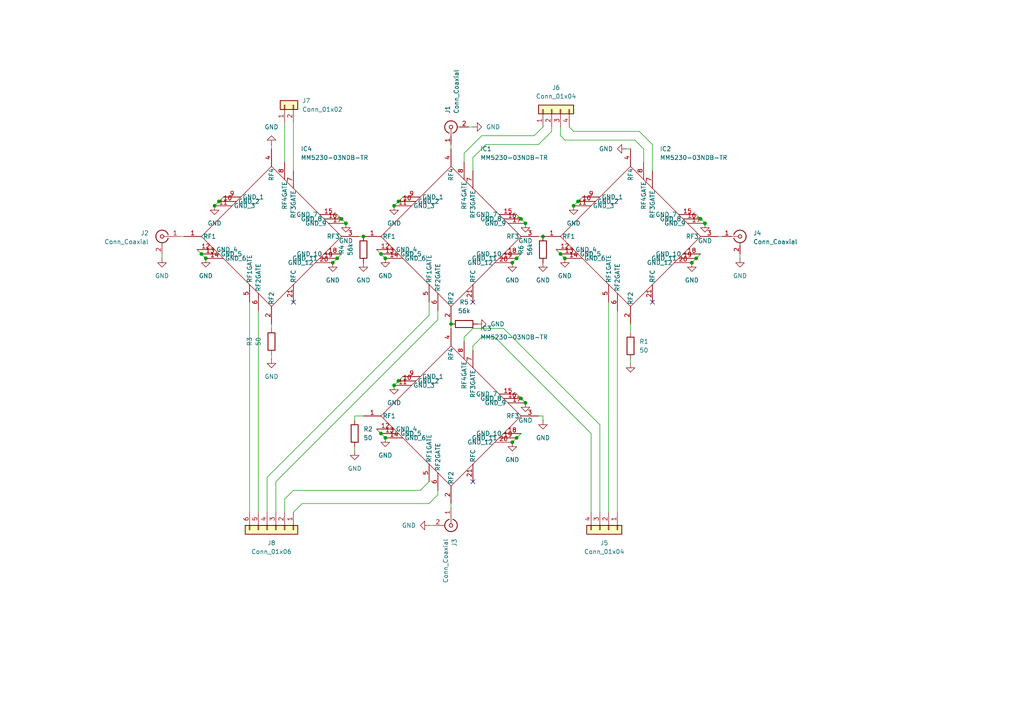
<source format=kicad_sch>
(kicad_sch (version 20250114) (generator "eeschema") (generator_version "9.0")
  (paper "A4")
  (lib_symbols
    (symbol "Connector:Conn_Coaxial" (pin_names (offset 1.016) (hide yes))
      (property "Reference" "J" (at 0.254 3.048 0))
      (property "Value" "Conn_Coaxial" (at 2.921 0 90))
      (symbol "Conn_Coaxial_0_1"
        (polyline (pts (xy -2.54 0) (xy -0.508 0)))
        (arc (start 1.778 0) (mid 0.222 -1.8079) (end -1.778 -0.508) (stroke (width 0.254)))
        (arc (start -1.778 0.508) (mid 0.2221 1.8084) (end 1.778 0) (stroke (width 0.254)))
        (circle (center 0 0) (radius 0.508) (stroke (width 0.2032)))
        (polyline (pts (xy 0 -2.54) (xy 0 -1.778)))
      )
      (symbol "Conn_Coaxial_1_1"
        (pin passive line (at -5.08 0 0) (length 2.54) (name "In") (number "1"))
        (pin passive line (at 0 -5.08 90) (length 2.54) (name "Ext") (number "2"))
      )
    )
    (symbol "Connector_Generic:Conn_01x02" (pin_names (offset 1.016) (hide yes))
      (property "Reference" "J" (at 0 2.54 0))
      (property "Value" "Conn_01x02" (at 0 -5.08 0))
      (symbol "Conn_01x02_1_1"
        (rectangle (start -1.27 1.27) (end 1.27 -3.81) (stroke (width 0.254)) (fill (type background)))
        (rectangle (start -1.27 0.127) (end 0 -0.127) (stroke (width 0.1524)))
        (rectangle (start -1.27 -2.413) (end 0 -2.667) (stroke (width 0.1524)))
        (pin passive line (at -5.08 0 0) (length 3.81) (name "Pin_1") (number "1"))
        (pin passive line (at -5.08 -2.54 0) (length 3.81) (name "Pin_2") (number "2"))
      )
    )
    (symbol "Connector_Generic:Conn_01x04" (pin_names (offset 1.016) (hide yes))
      (property "Reference" "J" (at 0 5.08 0))
      (property "Value" "Conn_01x04" (at 0 -7.62 0))
      (symbol "Conn_01x04_1_1"
        (rectangle (start -1.27 3.81) (end 1.27 -6.35) (stroke (width 0.254)) (fill (type background)))
        (rectangle (start -1.27 2.667) (end 0 2.413) (stroke (width 0.1524)))
        (rectangle (start -1.27 0.127) (end 0 -0.127) (stroke (width 0.1524)))
        (rectangle (start -1.27 -2.413) (end 0 -2.667) (stroke (width 0.1524)))
        (rectangle (start -1.27 -4.953) (end 0 -5.207) (stroke (width 0.1524)))
        (pin passive line (at -5.08 2.54 0) (length 3.81) (name "Pin_1") (number "1"))
        (pin passive line (at -5.08 0 0) (length 3.81) (name "Pin_2") (number "2"))
        (pin passive line (at -5.08 -2.54 0) (length 3.81) (name "Pin_3") (number "3"))
        (pin passive line (at -5.08 -5.08 0) (length 3.81) (name "Pin_4") (number "4"))
      )
    )
    (symbol "Connector_Generic:Conn_01x06" (pin_names (offset 1.016) (hide yes))
      (property "Reference" "J" (at 0 7.62 0))
      (property "Value" "Conn_01x06" (at 0 -10.16 0))
      (symbol "Conn_01x06_1_1"
        (rectangle (start -1.27 6.35) (end 1.27 -8.89) (stroke (width 0.254)) (fill (type background)))
        (rectangle (start -1.27 5.207) (end 0 4.953) (stroke (width 0.1524)))
        (rectangle (start -1.27 2.667) (end 0 2.413) (stroke (width 0.1524)))
        (rectangle (start -1.27 0.127) (end 0 -0.127) (stroke (width 0.1524)))
        (rectangle (start -1.27 -2.413) (end 0 -2.667) (stroke (width 0.1524)))
        (rectangle (start -1.27 -4.953) (end 0 -5.207) (stroke (width 0.1524)))
        (rectangle (start -1.27 -7.493) (end 0 -7.747) (stroke (width 0.1524)))
        (pin passive line (at -5.08 5.08 0) (length 3.81) (name "Pin_1") (number "1"))
        (pin passive line (at -5.08 2.54 0) (length 3.81) (name "Pin_2") (number "2"))
        (pin passive line (at -5.08 0 0) (length 3.81) (name "Pin_3") (number "3"))
        (pin passive line (at -5.08 -2.54 0) (length 3.81) (name "Pin_4") (number "4"))
        (pin passive line (at -5.08 -5.08 0) (length 3.81) (name "Pin_5") (number "5"))
        (pin passive line (at -5.08 -7.62 0) (length 3.81) (name "Pin_6") (number "6"))
      )
    )
    (symbol "Device:R" (pin_numbers (hide yes)) (pin_names (offset 0))
      (property "Reference" "R" (at 2.032 0 90))
      (property "Value" "R" (at 0 0 90))
      (symbol "R_0_1"
        (rectangle (start -1.016 -2.54) (end 1.016 2.54) (stroke (width 0.254)))
      )
      (symbol "R_1_1"
        (pin passive line (at 0 3.81 270) (length 1.27) (name "~") (number "1"))
        (pin passive line (at 0 -3.81 90) (length 1.27) (name "~") (number "2"))
      )
    )
    (symbol "MM5230-03NDB-TR:MM5230-03NDB-TR"
      (property "Reference" "IC" (at 31.75 7.62 0))
      (property "Value" "MM5230-03NDB-TR" (at 31.75 5.08 0))
      (symbol "MM5230-03NDB-TR_0_1"
        (polyline (pts (xy 0 -20.32) (xy -20.32 0) (xy 0 20.32) (xy 20.32 0) (xy 0 -20.32)))
      )
      (symbol "MM5230-03NDB-TR_1_1"
        (pin passive line (at -25.4 0 0) (length 5.08) (name "RF1") (number "1"))
        (pin passive line (at -21.59 -3.81 0) (length 5.08) (name "GND_4") (number "12"))
        (pin passive line (at -20.32 -5.08 0) (length 5.08) (name "GND_5") (number "13"))
        (pin passive line (at -19.05 -6.35 0) (length 5.08) (name "GND_6") (number "14"))
        (pin passive line (at -16.51 8.89 0) (length 5.08) (name "GND_3") (number "11"))
        (pin passive line (at -15.24 10.16 0) (length 5.08) (name "GND_2") (number "10"))
        (pin passive line (at -13.97 11.43 0) (length 5.08) (name "GND_1") (number "9"))
        (pin passive line (at -6.35 -19.05 90) (length 5.08) (name "RF1GATE") (number "5"))
        (pin passive line (at -3.81 -21.59 90) (length 5.08) (name "RF2GATE") (number "6"))
        (pin passive line (at 0 25.4 270) (length 5.08) (name "RF4") (number "4"))
        (pin passive line (at 0 -25.4 90) (length 5.08) (name "RF2") (number "2"))
        (pin passive line (at 3.81 21.59 270) (length 5.08) (name "RF4GATE") (number "8"))
        (pin passive line (at 6.35 19.05 270) (length 5.08) (name "RF3GATE") (number "7"))
        (pin passive line (at 6.35 -19.05 90) (length 5.08) (name "RFC") (number "21"))
        (pin passive line (at 17.78 -7.62 180) (length 5.08) (name "GND_12") (number "20"))
        (pin passive line (at 19.05 6.35 180) (length 5.08) (name "GND_7") (number "15"))
        (pin passive line (at 19.05 -6.35 180) (length 5.08) (name "GND_11") (number "19"))
        (pin passive line (at 20.32 5.08 180) (length 5.08) (name "GND_8") (number "16"))
        (pin passive line (at 20.32 -5.08 180) (length 5.08) (name "GND_10") (number "18"))
        (pin passive line (at 21.59 3.81 180) (length 5.08) (name "GND_9") (number "17"))
        (pin passive line (at 25.4 0 180) (length 5.08) (name "RF3") (number "3"))
      )
    )
    (symbol "MM5230-03NDB-TR_1"
      (property "Reference" "IC" (at 31.75 7.62 0))
      (property "Value" "MM5230-03NDB-TR" (at 31.75 5.08 0))
      (symbol "MM5230-03NDB-TR_1_0_1"
        (polyline (pts (xy 0 -20.32) (xy -20.32 0) (xy 0 20.32) (xy 20.32 0) (xy 0 -20.32)))
      )
      (symbol "MM5230-03NDB-TR_1_1_1"
        (pin passive line (at -25.4 0 0) (length 5.08) (name "RF1") (number "1"))
        (pin passive line (at -21.59 -3.81 0) (length 5.08) (name "GND_4") (number "12"))
        (pin passive line (at -20.32 -5.08 0) (length 5.08) (name "GND_5") (number "13"))
        (pin passive line (at -19.05 -6.35 0) (length 5.08) (name "GND_6") (number "14"))
        (pin passive line (at -16.51 8.89 0) (length 5.08) (name "GND_3") (number "11"))
        (pin passive line (at -15.24 10.16 0) (length 5.08) (name "GND_2") (number "10"))
        (pin passive line (at -13.97 11.43 0) (length 5.08) (name "GND_1") (number "9"))
        (pin passive line (at -6.35 -19.05 90) (length 5.08) (name "RF1GATE") (number "5"))
        (pin passive line (at -3.81 -21.59 90) (length 5.08) (name "RF2GATE") (number "6"))
        (pin passive line (at 0 25.4 270) (length 5.08) (name "RF4") (number "4"))
        (pin passive line (at 0 -25.4 90) (length 5.08) (name "RF2") (number "2"))
        (pin passive line (at 3.81 21.59 270) (length 5.08) (name "RF4GATE") (number "8"))
        (pin passive line (at 6.35 19.05 270) (length 5.08) (name "RF3GATE") (number "7"))
        (pin passive line (at 6.35 -19.05 90) (length 5.08) (name "RFC") (number "21"))
        (pin passive line (at 17.78 -7.62 180) (length 5.08) (name "GND_12") (number "20"))
        (pin passive line (at 19.05 6.35 180) (length 5.08) (name "GND_7") (number "15"))
        (pin passive line (at 19.05 -6.35 180) (length 5.08) (name "GND_11") (number "19"))
        (pin passive line (at 20.32 5.08 180) (length 5.08) (name "GND_8") (number "16"))
        (pin passive line (at 20.32 -5.08 180) (length 5.08) (name "GND_10") (number "18"))
        (pin passive line (at 21.59 3.81 180) (length 5.08) (name "GND_9") (number "17"))
        (pin passive line (at 25.4 0 180) (length 5.08) (name "RF3") (number "3"))
      )
    )
    (symbol "power:GND" (power) (pin_numbers (hide yes)) (pin_names (offset 0) (hide yes))
      (property "Value" "GND" (at 0 -3.81 0))
      (symbol "GND_0_1"
        (polyline (pts (xy 0 0) (xy 0 -1.27) (xy 1.27 -1.27) (xy 0 -2.54) (xy -1.27 -1.27) (xy 0 -1.27)))
      )
      (symbol "GND_1_1"
        (pin power_in line (at 0 0 270) (length 0) (name "~") (number "1"))
      )
    )
  )
  (junction (at 148.59 76.2))
  (junction (at 97.79 74.93))
  (junction (at 200.66 76.2))
  (junction (at 203.2 63.5))
  (junction (at 63.5 58.42))
  (junction (at 149.86 74.93))
  (junction (at 111.76 74.93))
  (junction (at 152.4 116.84))
  (junction (at 114.3 59.69))
  (junction (at 115.57 110.49))
  (junction (at 96.52 76.2))
  (junction (at 62.23 59.69))
  (junction (at 162.56 73.66))
  (junction (at 148.59 128.27))
  (junction (at 204.47 64.77))
  (junction (at 110.49 73.66))
  (junction (at 99.06 63.5))
  (junction (at 100.33 64.77))
  (junction (at 149.86 127))
  (junction (at 111.76 127))
  (junction (at 151.13 115.57))
  (junction (at 105.41 68.58))
  (junction (at 114.3 111.76))
  (junction (at 163.83 74.93))
  (junction (at 201.93 74.93))
  (junction (at 115.57 58.42))
  (junction (at 152.4 64.77))
  (junction (at 166.37 59.69))
  (junction (at 130.81 93.98))
  (junction (at 167.64 58.42))
  (junction (at 157.48 68.58))
  (junction (at 59.69 74.93))
  (junction (at 58.42 73.66))
  (junction (at 151.13 63.5))
  (junction (at 110.49 125.73))
  (no_connect (at 189.23 87.63))
  (no_connect (at 137.16 87.63))
  (no_connect (at 137.16 139.7))
  (no_connect (at 85.09 87.63))
  (wire (pts (xy 166.37 38.1) (xy 185.42 38.1)))
  (wire (pts (xy 149.86 127) (xy 151.13 125.73)))
  (wire (pts (xy 102.87 120.65) (xy 102.87 121.92)))
  (wire (pts (xy 173.99 123.19) (xy 146.05 95.25)))
  (wire (pts (xy 99.06 63.5) (xy 100.33 64.77)))
  (wire (pts (xy 80.01 148.59) (xy 80.01 139.7)))
  (wire (pts (xy 109.22 124.46) (xy 110.49 125.73)))
  (wire (pts (xy 157.48 68.58) (xy 156.21 68.58)))
  (wire (pts (xy 209.55 68.58) (xy 208.28 68.58)))
  (wire (pts (xy 72.39 87.63) (xy 72.39 148.59)))
  (wire (pts (xy 201.93 74.93) (xy 203.2 73.66)))
  (wire (pts (xy 161.29 72.39) (xy 162.56 73.66)))
  (wire (pts (xy 46.99 74.93) (xy 46.99 73.66)))
  (wire (pts (xy 80.01 139.7) (xy 127 92.71)))
  (wire (pts (xy 137.16 45.72) (xy 140.97 41.91)))
  (wire (pts (xy 134.62 97.79) (xy 134.62 99.06)))
  (wire (pts (xy 179.07 90.17) (xy 179.07 148.59)))
  (wire (pts (xy 156.21 41.91) (xy 160.02 38.1)))
  (wire (pts (xy 139.7 97.79) (xy 137.16 100.33)))
  (wire (pts (xy 134.62 97.79) (xy 137.16 95.25)))
  (wire (pts (xy 63.5 58.42) (xy 64.77 57.15)))
  (wire (pts (xy 102.87 130.81) (xy 102.87 129.54)))
  (wire (pts (xy 143.51 97.79) (xy 139.7 97.79)))
  (wire (pts (xy 186.69 43.18) (xy 186.69 46.99)))
  (wire (pts (xy 78.74 41.91) (xy 78.74 43.18)))
  (wire (pts (xy 121.92 142.24) (xy 85.09 142.24)))
  (wire (pts (xy 148.59 76.2) (xy 149.86 74.93)))
  (wire (pts (xy 124.46 139.7) (xy 121.92 142.24)))
  (wire (pts (xy 140.97 41.91) (xy 156.21 41.91)))
  (wire (pts (xy 214.63 74.93) (xy 214.63 73.66)))
  (wire (pts (xy 201.93 62.23) (xy 203.2 63.5)))
  (wire (pts (xy 97.79 74.93) (xy 99.06 73.66)))
  (wire (pts (xy 139.7 39.37) (xy 154.94 39.37)))
  (wire (pts (xy 130.81 147.32) (xy 130.81 146.05)))
  (wire (pts (xy 124.46 91.44) (xy 124.46 87.63)))
  (wire (pts (xy 77.47 138.43) (xy 124.46 91.44)))
  (wire (pts (xy 110.49 73.66) (xy 111.76 74.93)))
  (wire (pts (xy 62.23 59.69) (xy 63.5 58.42)))
  (wire (pts (xy 189.23 41.91) (xy 189.23 49.53)))
  (wire (pts (xy 149.86 62.23) (xy 151.13 63.5)))
  (wire (pts (xy 163.83 40.64) (xy 184.15 40.64)))
  (wire (pts (xy 148.59 128.27) (xy 149.86 127)))
  (wire (pts (xy 181.61 43.18) (xy 182.88 43.18)))
  (wire (pts (xy 130.81 41.91) (xy 130.81 43.18)))
  (wire (pts (xy 96.52 76.2) (xy 97.79 74.93)))
  (wire (pts (xy 127 143.51) (xy 127 142.24)))
  (wire (pts (xy 149.86 74.93) (xy 151.13 73.66)))
  (wire (pts (xy 176.53 148.59) (xy 176.53 87.63)))
  (wire (pts (xy 157.48 36.83) (xy 154.94 39.37)))
  (wire (pts (xy 151.13 115.57) (xy 152.4 116.84)))
  (wire (pts (xy 137.16 100.33) (xy 137.16 101.6)))
  (wire (pts (xy 110.49 125.73) (xy 111.76 127)))
  (wire (pts (xy 184.15 40.64) (xy 186.69 43.18)))
  (wire (pts (xy 78.74 102.87) (xy 78.74 104.14)))
  (wire (pts (xy 127 92.71) (xy 127 90.17)))
  (wire (pts (xy 166.37 59.69) (xy 167.64 58.42)))
  (wire (pts (xy 189.23 41.91) (xy 185.42 38.1)))
  (wire (pts (xy 85.09 49.53) (xy 85.09 35.56)))
  (wire (pts (xy 139.7 39.37) (xy 134.62 44.45)))
  (wire (pts (xy 97.79 62.23) (xy 99.06 63.5)))
  (wire (pts (xy 137.16 36.83) (xy 135.89 36.83)))
  (wire (pts (xy 102.87 120.65) (xy 105.41 120.65)))
  (wire (pts (xy 149.86 114.3) (xy 151.13 115.57)))
  (wire (pts (xy 104.14 68.58) (xy 105.41 68.58)))
  (wire (pts (xy 203.2 63.5) (xy 204.47 64.77)))
  (wire (pts (xy 77.47 138.43) (xy 77.47 148.59)))
  (wire (pts (xy 82.55 35.56) (xy 82.55 46.99)))
  (wire (pts (xy 167.64 58.42) (xy 168.91 57.15)))
  (wire (pts (xy 162.56 36.83) (xy 162.56 39.37)))
  (wire (pts (xy 137.16 95.25) (xy 146.05 95.25)))
  (wire (pts (xy 57.15 72.39) (xy 58.42 73.66)))
  (wire (pts (xy 58.42 73.66) (xy 59.69 74.93)))
  (wire (pts (xy 124.46 146.05) (xy 127 143.51)))
  (wire (pts (xy 74.93 90.17) (xy 74.93 148.59)))
  (wire (pts (xy 162.56 39.37) (xy 163.83 40.64)))
  (wire (pts (xy 160.02 38.1) (xy 160.02 36.83)))
  (wire (pts (xy 182.88 105.41) (xy 182.88 104.14)))
  (wire (pts (xy 115.57 58.42) (xy 116.84 57.15)))
  (wire (pts (xy 52.07 68.58) (xy 53.34 68.58)))
  (wire (pts (xy 114.3 111.76) (xy 115.57 110.49)))
  (wire (pts (xy 130.81 95.25) (xy 130.81 93.98)))
  (wire (pts (xy 85.09 148.59) (xy 87.63 146.05)))
  (wire (pts (xy 78.74 95.25) (xy 78.74 93.98)))
  (wire (pts (xy 82.55 144.78) (xy 85.09 142.24)))
  (wire (pts (xy 162.56 73.66) (xy 163.83 74.93)))
  (wire (pts (xy 124.46 152.4) (xy 125.73 152.4)))
  (wire (pts (xy 82.55 144.78) (xy 82.55 148.59)))
  (wire (pts (xy 171.45 148.59) (xy 171.45 125.73)))
  (wire (pts (xy 151.13 63.5) (xy 152.4 64.77)))
  (wire (pts (xy 114.3 59.69) (xy 115.57 58.42)))
  (wire (pts (xy 109.22 72.39) (xy 110.49 73.66)))
  (wire (pts (xy 137.16 49.53) (xy 137.16 45.72)))
  (wire (pts (xy 165.1 36.83) (xy 166.37 38.1)))
  (wire (pts (xy 200.66 76.2) (xy 201.93 74.93)))
  (wire (pts (xy 173.99 123.19) (xy 173.99 148.59)))
  (wire (pts (xy 156.21 120.65) (xy 157.48 120.65)))
  (wire (pts (xy 171.45 125.73) (xy 143.51 97.79)))
  (wire (pts (xy 115.57 110.49) (xy 116.84 109.22)))
  (wire (pts (xy 182.88 96.52) (xy 182.88 93.98)))
  (wire (pts (xy 87.63 146.05) (xy 124.46 146.05)))
  (wire (pts (xy 134.62 44.45) (xy 134.62 46.99)))
  (wire (pts (xy 157.48 120.65) (xy 157.48 121.92)))
  (symbol (lib_id "power:GND") (at 114.3 111.76 0) (unit 1)
    (property "Reference" "#PWR022" (effects (hide yes)))
    (property "Value" "GND" (at 114.3 116.84 0))
    (property "Description" "Power symbol creates a global label with name \"GND\" , ground" (effects (hide yes)))
  )
  (symbol (lib_id "power:GND") (at 200.66 76.2 0) (unit 1)
    (property "Reference" "#PWR017" (effects (hide yes)))
    (property "Value" "GND" (at 200.66 81.28 0))
    (property "Description" "Power symbol creates a global label with name \"GND\" , ground" (effects (hide yes)))
  )
  (symbol (lib_id "power:GND") (at 152.4 116.84 0) (unit 1)
    (property "Reference" "#PWR020" (effects (hide yes)))
    (property "Value" "GND" (at 152.4 121.92 0))
    (property "Description" "Power symbol creates a global label with name \"GND\" , ground" (effects (hide yes)))
  )
  (symbol (lib_id "Connector:Conn_Coaxial") (at 214.63 68.58 0) (unit 1)
    (property "Reference" "J4" (at 218.44 67.6031 0) (effects (justify left)))
    (property "Value" "Conn_Coaxial" (at 218.44 70.1431 0) (effects (justify left)))
    (property "Footprint" "Connector_Coaxial:SMA_Molex_73251-1153_EdgeMount_Horizontal" (effects (hide yes)))
    (property "Description" "coaxial connector (BNC, SMA, SMB, SMC, Cinch/RCA, LEMO, ...)" (effects (hide yes)))
  )
  (symbol (lib_id "power:GND") (at 181.61 43.18 270) (unit 1)
    (property "Reference" "#PWR04" (effects (hide yes)))
    (property "Value" "GND" (at 177.8 43.1799 90) (effects (justify right)))
    (property "Description" "Power symbol creates a global label with name \"GND\" , ground" (effects (hide yes)))
  )
  (symbol (lib_id "power:GND") (at 148.59 76.2 0) (unit 1)
    (property "Reference" "#PWR014" (effects (hide yes)))
    (property "Value" "GND" (at 148.59 81.28 0))
    (property "Description" "Power symbol creates a global label with name \"GND\" , ground" (effects (hide yes)))
  )
  (symbol (lib_id "power:GND") (at 138.43 93.98 90) (unit 1)
    (property "Reference" "#PWR028" (effects (hide yes)))
    (property "Value" "GND" (at 142.24 93.9799 90) (effects (justify right)))
    (property "Description" "Power symbol creates a global label with name \"GND\" , ground" (effects (hide yes)))
  )
  (symbol (lib_id "Connector:Conn_Coaxial") (at 130.81 36.83 90) (unit 1)
    (property "Reference" "J1" (at 129.8331 33.02 0) (effects (justify left)))
    (property "Value" "Conn_Coaxial" (at 132.3731 33.02 0) (effects (justify left)))
    (property "Footprint" "Connector_Coaxial:SMA_Molex_73251-1153_EdgeMount_Horizontal" (effects (hide yes)))
    (property "Description" "coaxial connector (BNC, SMA, SMB, SMC, Cinch/RCA, LEMO, ...)" (effects (hide yes)))
  )
  (symbol (lib_id "Connector:Conn_Coaxial") (at 46.99 68.58 0) (mirror y) (unit 1)
    (property "Reference" "J2" (at 43.18 67.6031 0) (effects (justify left)))
    (property "Value" "Conn_Coaxial" (at 43.18 70.1431 0) (effects (justify left)))
    (property "Footprint" "Connector_Coaxial:SMA_Molex_73251-1153_EdgeMount_Horizontal" (effects (hide yes)))
    (property "Description" "coaxial connector (BNC, SMA, SMB, SMC, Cinch/RCA, LEMO, ...)" (effects (hide yes)))
  )
  (symbol (lib_id "power:GND") (at 157.48 76.2 0) (unit 1)
    (property "Reference" "#PWR029" (effects (hide yes)))
    (property "Value" "GND" (at 157.48 81.28 0))
    (property "Description" "Power symbol creates a global label with name \"GND\" , ground" (effects (hide yes)))
  )
  (symbol (lib_id "MM5230-03NDB-TR:MM5230-03NDB-TR") (at 130.81 120.65 0) (unit 1)
    (property "Reference" "IC3" (at 139.3033 95.25 0) (effects (justify left)))
    (property "Value" "MM5230-03NDB-TR" (at 139.3033 97.79 0) (effects (justify left)))
    (property "Footprint" "mm5230:MM523003NDB" (effects (hide yes)))
    (property "Datasheet" "https://g.componentsearchengine.com/Datasheets/0/20432167.pdf" (effects (hide yes)))
    (property "Description" "DC to 26 GHz High Power RF Switch, Tape and Reel" (effects (hide yes)))
    (property "Height" "1.034" (effects (hide yes)))
    (property "Manufacturer_Name" "Menlo Microsystems, Inc." (effects (hide yes)))
    (property "Manufacturer_Part_Number" "MM5230-03NDB-TR" (effects (hide yes)))
  )
  (symbol (lib_id "power:GND") (at 96.52 76.2 0) (unit 1)
    (property "Reference" "#PWR07" (effects (hide yes)))
    (property "Value" "GND" (at 96.52 81.28 0))
    (property "Description" "Power symbol creates a global label with name \"GND\" , ground" (effects (hide yes)))
  )
  (symbol (lib_id "power:GND") (at 111.76 74.93 0) (unit 1)
    (property "Reference" "#PWR012" (effects (hide yes)))
    (property "Value" "GND" (at 111.76 80.01 0))
    (property "Description" "Power symbol creates a global label with name \"GND\" , ground" (effects (hide yes)))
  )
  (symbol (lib_name "MM5230-03NDB-TR_1") (lib_id "MM5230-03NDB-TR:MM5230-03NDB-TR") (at 130.81 68.58 0) (unit 1)
    (property "Reference" "IC1" (at 139.3033 43.18 0) (effects (justify left)))
    (property "Value" "MM5230-03NDB-TR" (at 139.3033 45.72 0) (effects (justify left)))
    (property "Footprint" "mm5230:MM523003NDB" (effects (hide yes)))
    (property "Datasheet" "https://g.componentsearchengine.com/Datasheets/0/20432167.pdf" (effects (hide yes)))
    (property "Description" "DC to 26 GHz High Power RF Switch, Tape and Reel" (effects (hide yes)))
    (property "Height" "1.034" (effects (hide yes)))
    (property "Manufacturer_Name" "Menlo Microsystems, Inc." (effects (hide yes)))
    (property "Manufacturer_Part_Number" "MM5230-03NDB-TR" (effects (hide yes)))
  )
  (symbol (lib_id "power:GND") (at 157.48 121.92 0) (unit 1)
    (property "Reference" "#PWR05" (effects (hide yes)))
    (property "Value" "GND" (at 157.48 127 0))
    (property "Description" "Power symbol creates a global label with name \"GND\" , ground" (effects (hide yes)))
  )
  (symbol (lib_id "power:GND") (at 152.4 64.77 0) (unit 1)
    (property "Reference" "#PWR013" (effects (hide yes)))
    (property "Value" "GND" (at 152.4 69.85 0))
    (property "Description" "Power symbol creates a global label with name \"GND\" , ground" (effects (hide yes)))
  )
  (symbol (lib_id "power:GND") (at 100.33 64.77 0) (unit 1)
    (property "Reference" "#PWR010" (effects (hide yes)))
    (property "Value" "GND" (at 100.33 69.85 0))
    (property "Description" "Power symbol creates a global label with name \"GND\" , ground" (effects (hide yes)))
  )
  (symbol (lib_id "power:GND") (at 166.37 59.69 0) (unit 1)
    (property "Reference" "#PWR016" (effects (hide yes)))
    (property "Value" "GND" (at 166.37 64.77 0))
    (property "Description" "Power symbol creates a global label with name \"GND\" , ground" (effects (hide yes)))
  )
  (symbol (lib_id "Connector_Generic:Conn_01x02") (at 82.55 30.48 90) (unit 1)
    (property "Reference" "J7" (at 87.63 29.2099 90) (effects (justify right)))
    (property "Value" "Conn_01x02" (at 87.63 31.7499 90) (effects (justify right)))
    (property "Footprint" "Connector_PinHeader_2.54mm:PinHeader_1x02_P2.54mm_Vertical" (effects (hide yes)))
    (property "Description" "Generic connector, single row, 01x02, script generated (kicad-library-utils/schlib/autogen/connector/)" (effects (hide yes)))
  )
  (symbol (lib_id "Device:R") (at 134.62 93.98 270) (unit 1)
    (property "Reference" "R5" (at 134.62 87.63 90))
    (property "Value" "56k" (at 134.62 90.17 90))
    (property "Footprint" "Resistor_SMD:R_0402_1005Metric" (effects (hide yes)))
    (property "Description" "Resistor" (effects (hide yes)))
  )
  (symbol (lib_id "MM5230-03NDB-TR:MM5230-03NDB-TR") (at 182.88 68.58 0) (unit 1)
    (property "Reference" "IC2" (at 191.3733 43.18 0) (effects (justify left)))
    (property "Value" "MM5230-03NDB-TR" (at 191.3733 45.72 0) (effects (justify left)))
    (property "Footprint" "mm5230:MM523003NDB" (effects (hide yes)))
    (property "Datasheet" "https://g.componentsearchengine.com/Datasheets/0/20432167.pdf" (effects (hide yes)))
    (property "Description" "DC to 26 GHz High Power RF Switch, Tape and Reel" (effects (hide yes)))
    (property "Height" "1.034" (effects (hide yes)))
    (property "Manufacturer_Name" "Menlo Microsystems, Inc." (effects (hide yes)))
    (property "Manufacturer_Part_Number" "MM5230-03NDB-TR" (effects (hide yes)))
  )
  (symbol (lib_id "power:GND") (at 59.69 74.93 0) (unit 1)
    (property "Reference" "#PWR08" (effects (hide yes)))
    (property "Value" "GND" (at 59.69 80.01 0))
    (property "Description" "Power symbol creates a global label with name \"GND\" , ground" (effects (hide yes)))
  )
  (symbol (lib_id "power:GND") (at 137.16 36.83 90) (unit 1)
    (property "Reference" "#PWR024" (effects (hide yes)))
    (property "Value" "GND" (at 140.97 36.8299 90) (effects (justify right)))
    (property "Description" "Power symbol creates a global label with name \"GND\" , ground" (effects (hide yes)))
  )
  (symbol (lib_id "Connector_Generic:Conn_01x04") (at 160.02 31.75 90) (unit 1)
    (property "Reference" "J6" (at 161.29 25.4 90))
    (property "Value" "Conn_01x04" (at 161.29 27.94 90))
    (property "Footprint" "Connector_PinHeader_2.54mm:PinHeader_1x04_P2.54mm_Vertical" (effects (hide yes)))
    (property "Description" "Generic connector, single row, 01x04, script generated (kicad-library-utils/schlib/autogen/connector/)" (effects (hide yes)))
  )
  (symbol (lib_id "Device:R") (at 157.48 72.39 180) (unit 1)
    (property "Reference" "R6" (at 151.13 72.39 90))
    (property "Value" "56k" (at 153.67 72.39 90))
    (property "Footprint" "Resistor_SMD:R_0402_1005Metric" (effects (hide yes)))
    (property "Description" "Resistor" (effects (hide yes)))
  )
  (symbol (lib_id "power:GND") (at 78.74 104.14 0) (unit 1)
    (property "Reference" "#PWR01" (effects (hide yes)))
    (property "Value" "GND" (at 78.74 109.22 0))
    (property "Description" "Power symbol creates a global label with name \"GND\" , ground" (effects (hide yes)))
  )
  (symbol (lib_id "power:GND") (at 111.76 127 0) (unit 1)
    (property "Reference" "#PWR021" (effects (hide yes)))
    (property "Value" "GND" (at 111.76 132.08 0))
    (property "Description" "Power symbol creates a global label with name \"GND\" , ground" (effects (hide yes)))
  )
  (symbol (lib_id "power:GND") (at 204.47 64.77 0) (unit 1)
    (property "Reference" "#PWR018" (effects (hide yes)))
    (property "Value" "GND" (at 204.47 69.85 0))
    (property "Description" "Power symbol creates a global label with name \"GND\" , ground" (effects (hide yes)))
  )
  (symbol (lib_id "power:GND") (at 148.59 128.27 0) (unit 1)
    (property "Reference" "#PWR019" (effects (hide yes)))
    (property "Value" "GND" (at 148.59 133.35 0))
    (property "Description" "Power symbol creates a global label with name \"GND\" , ground" (effects (hide yes)))
  )
  (symbol (lib_id "power:GND") (at 114.3 59.69 0) (unit 1)
    (property "Reference" "#PWR011" (effects (hide yes)))
    (property "Value" "GND" (at 114.3 64.77 0))
    (property "Description" "Power symbol creates a global label with name \"GND\" , ground" (effects (hide yes)))
  )
  (symbol (lib_id "power:GND") (at 163.83 74.93 0) (unit 1)
    (property "Reference" "#PWR015" (effects (hide yes)))
    (property "Value" "GND" (at 163.83 80.01 0))
    (property "Description" "Power symbol creates a global label with name \"GND\" , ground" (effects (hide yes)))
  )
  (symbol (lib_id "Device:R") (at 105.41 72.39 180) (unit 1)
    (property "Reference" "R4" (at 99.06 72.39 90))
    (property "Value" "56k" (at 101.6 72.39 90))
    (property "Footprint" "Resistor_SMD:R_0402_1005Metric" (effects (hide yes)))
    (property "Description" "Resistor" (effects (hide yes)))
  )
  (symbol (lib_id "MM5230-03NDB-TR:MM5230-03NDB-TR") (at 78.74 68.58 0) (unit 1)
    (property "Reference" "IC4" (at 87.2333 43.18 0) (effects (justify left)))
    (property "Value" "MM5230-03NDB-TR" (at 87.2333 45.72 0) (effects (justify left)))
    (property "Footprint" "mm5230:MM523003NDB" (effects (hide yes)))
    (property "Datasheet" "https://g.componentsearchengine.com/Datasheets/0/20432167.pdf" (effects (hide yes)))
    (property "Description" "DC to 26 GHz High Power RF Switch, Tape and Reel" (effects (hide yes)))
    (property "Height" "1.034" (effects (hide yes)))
    (property "Manufacturer_Name" "Menlo Microsystems, Inc." (effects (hide yes)))
    (property "Manufacturer_Part_Number" "MM5230-03NDB-TR" (effects (hide yes)))
  )
  (symbol (lib_id "power:GND") (at 105.41 76.2 0) (unit 1)
    (property "Reference" "#PWR027" (effects (hide yes)))
    (property "Value" "GND" (at 105.41 81.28 0))
    (property "Description" "Power symbol creates a global label with name \"GND\" , ground" (effects (hide yes)))
  )
  (symbol (lib_id "power:GND") (at 62.23 59.69 0) (unit 1)
    (property "Reference" "#PWR09" (effects (hide yes)))
    (property "Value" "GND" (at 62.23 64.77 0))
    (property "Description" "Power symbol creates a global label with name \"GND\" , ground" (effects (hide yes)))
  )
  (symbol (lib_id "power:GND") (at 78.74 41.91 180) (unit 1)
    (property "Reference" "#PWR02" (effects (hide yes)))
    (property "Value" "GND" (at 78.74 36.83 0))
    (property "Description" "Power symbol creates a global label with name \"GND\" , ground" (effects (hide yes)))
  )
  (symbol (lib_id "power:GND") (at 182.88 105.41 0) (unit 1)
    (property "Reference" "#PWR06" (effects (hide yes)))
    (property "Value" "GND" (effects (hide yes)))
    (property "Description" "Power symbol creates a global label with name \"GND\" , ground" (effects (hide yes)))
  )
  (symbol (lib_id "Connector_Generic:Conn_01x06") (at 80.01 153.67 270) (unit 1)
    (property "Reference" "J8" (at 78.74 157.48 90))
    (property "Value" "Conn_01x06" (at 78.74 160.02 90))
    (property "Footprint" "Connector_PinHeader_2.54mm:PinHeader_1x06_P2.54mm_Vertical" (effects (hide yes)))
    (property "Description" "Generic connector, single row, 01x06, script generated (kicad-library-utils/schlib/autogen/connector/)" (effects (hide yes)))
  )
  (symbol (lib_id "Device:R") (at 78.74 99.06 180) (unit 1)
    (property "Reference" "R3" (at 72.39 99.06 90))
    (property "Value" "50" (at 74.93 99.06 90))
    (property "Footprint" "Resistor_SMD:R_0402_1005Metric" (effects (hide yes)))
    (property "Description" "Resistor" (effects (hide yes)))
  )
  (symbol (lib_id "Device:R") (at 102.87 125.73 0) (unit 1)
    (property "Reference" "R2" (at 105.41 124.4599 0) (effects (justify left)))
    (property "Value" "50" (at 105.41 126.9999 0) (effects (justify left)))
    (property "Footprint" "Resistor_SMD:R_0402_1005Metric" (effects (hide yes)))
    (property "Description" "Resistor" (effects (hide yes)))
  )
  (symbol (lib_id "power:GND") (at 214.63 74.93 0) (unit 1)
    (property "Reference" "#PWR026" (effects (hide yes)))
    (property "Value" "GND" (at 214.63 80.01 0))
    (property "Description" "Power symbol creates a global label with name \"GND\" , ground" (effects (hide yes)))
  )
  (symbol (lib_id "power:GND") (at 102.87 130.81 0) (unit 1)
    (property "Reference" "#PWR03" (effects (hide yes)))
    (property "Value" "GND" (at 102.87 135.89 0))
    (property "Description" "Power symbol creates a global label with name \"GND\" , ground" (effects (hide yes)))
  )
  (symbol (lib_id "power:GND") (at 124.46 152.4 270) (unit 1)
    (property "Reference" "#PWR025" (effects (hide yes)))
    (property "Value" "GND" (at 120.65 152.3999 90) (effects (justify right)))
    (property "Description" "Power symbol creates a global label with name \"GND\" , ground" (effects (hide yes)))
  )
  (symbol (lib_id "Connector:Conn_Coaxial") (at 130.81 152.4 270) (unit 1)
    (property "Reference" "J3" (at 131.7869 156.21 0) (effects (justify left)))
    (property "Value" "Conn_Coaxial" (at 129.2469 156.21 0) (effects (justify left)))
    (property "Footprint" "Connector_Coaxial:SMA_Molex_73251-1153_EdgeMount_Horizontal" (effects (hide yes)))
    (property "Description" "coaxial connector (BNC, SMA, SMB, SMC, Cinch/RCA, LEMO, ...)" (effects (hide yes)))
  )
  (symbol (lib_id "Connector_Generic:Conn_01x04") (at 176.53 153.67 270) (unit 1)
    (property "Reference" "J5" (at 175.26 157.48 90))
    (property "Value" "Conn_01x04" (at 175.26 160.02 90))
    (property "Footprint" "Connector_PinHeader_2.54mm:PinHeader_1x04_P2.54mm_Vertical" (effects (hide yes)))
    (property "Description" "Generic connector, single row, 01x04, script generated (kicad-library-utils/schlib/autogen/connector/)" (effects (hide yes)))
  )
  (symbol (lib_id "power:GND") (at 46.99 74.93 0) (unit 1)
    (property "Reference" "#PWR023" (effects (hide yes)))
    (property "Value" "GND" (at 46.99 80.01 0))
    (property "Description" "Power symbol creates a global label with name \"GND\" , ground" (effects (hide yes)))
  )
  (symbol (lib_id "Device:R") (at 182.88 100.33 0) (unit 1)
    (property "Reference" "R1" (at 185.42 99.0599 0) (effects (justify left)))
    (property "Value" "50" (at 185.42 101.5999 0) (effects (justify left)))
    (property "Footprint" "Resistor_SMD:R_0402_1005Metric" (effects (hide yes)))
    (property "Description" "Resistor" (effects (hide yes)))
  )
)
</source>
